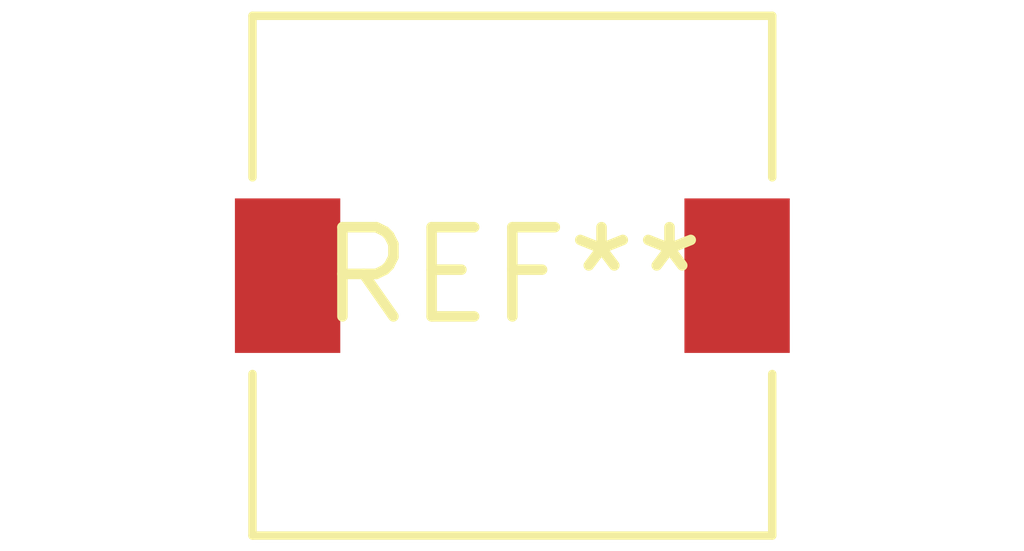
<source format=kicad_pcb>
(kicad_pcb (version 20240108) (generator pcbnew)
  (layers (0 "F.Cu" signal) (31 "B.Cu" signal) (34 "B.Paste" user) (35 "F.Paste" user) (36 "B.SilkS" user "B.Silkscreen") (37 "F.SilkS" user "F.Silkscreen") (38 "B.Mask" user) (39 "F.Mask" user) (44 "Edge.Cuts" user))
  (net 0 "")
  (footprint "L_7.3x7.3_H4.5" (layer "F.Cu") (at 0 0)
    (property "Reference" "REF**")
    (property "Value" "L_7.3x7.3_H4.5")
    (fp_line (start -3.7 -3.7) (end 3.7 -3.7) (layer "F.SilkS") (stroke (width 0.12)))
    (fp_line (start -3.7 -1.4) (end -3.7 -3.7) (layer "F.SilkS") (stroke (width 0.12)))
    (fp_line (start -3.7 3.7) (end -3.7 1.4) (layer "F.SilkS") (stroke (width 0.12)))
    (fp_line (start 3.7 -3.7) (end 3.7 -1.4) (layer "F.SilkS") (stroke (width 0.12)))
    (fp_line (start 3.7 1.4) (end 3.7 3.7) (layer "F.SilkS") (stroke (width 0.12)))
    (fp_line (start 3.7 3.7) (end -3.7 3.7) (layer "F.SilkS") (stroke (width 0.12)))
    (pad "1" smd rect (at -3.2 0) (size 1.5 2.2) (layers "F.Cu" "F.Paste" "F.Mask"))
    (pad "2" smd rect (at 3.2 0) (size 1.5 2.2) (layers "F.Cu" "F.Paste" "F.Mask"))
  )
)
</source>
